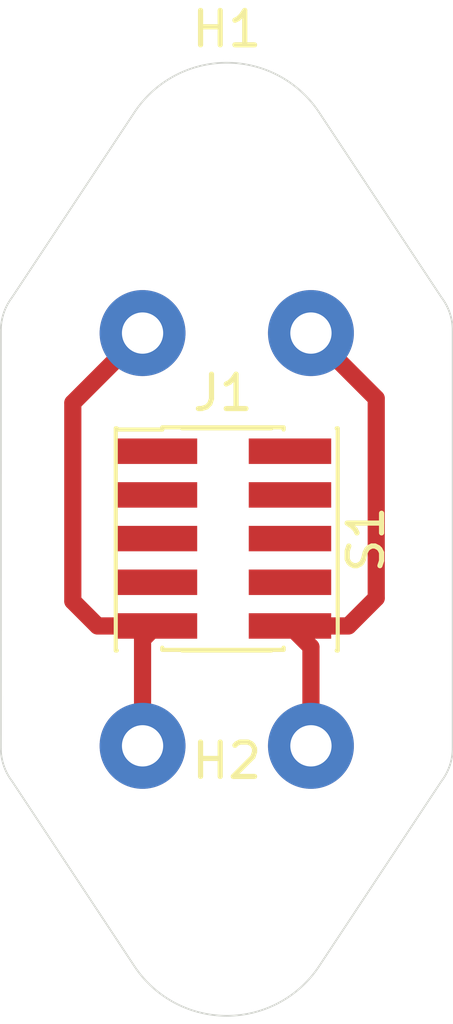
<source format=kicad_pcb>
(kicad_pcb (version 20171130) (host pcbnew "(5.1.10-1-10_14)")

  (general
    (thickness 1.6)
    (drawings 12)
    (tracks 14)
    (zones 0)
    (modules 4)
    (nets 3)
  )

  (page A4)
  (layers
    (0 F.Cu signal)
    (31 B.Cu signal)
    (32 B.Adhes user)
    (33 F.Adhes user)
    (34 B.Paste user)
    (35 F.Paste user)
    (36 B.SilkS user)
    (37 F.SilkS user)
    (38 B.Mask user)
    (39 F.Mask user)
    (40 Dwgs.User user)
    (41 Cmts.User user)
    (42 Eco1.User user)
    (43 Eco2.User user)
    (44 Edge.Cuts user)
    (45 Margin user)
    (46 B.CrtYd user hide)
    (47 F.CrtYd user hide)
    (48 B.Fab user)
    (49 F.Fab user hide)
  )

  (setup
    (last_trace_width 0.5)
    (trace_clearance 0.4)
    (zone_clearance 0.508)
    (zone_45_only no)
    (trace_min 0.2)
    (via_size 0.8)
    (via_drill 0.4)
    (via_min_size 0.4)
    (via_min_drill 0.3)
    (uvia_size 0.3)
    (uvia_drill 0.1)
    (uvias_allowed no)
    (uvia_min_size 0.2)
    (uvia_min_drill 0.1)
    (edge_width 0.05)
    (segment_width 0.2)
    (pcb_text_width 0.3)
    (pcb_text_size 1.5 1.5)
    (mod_edge_width 0.12)
    (mod_text_size 1 1)
    (mod_text_width 0.15)
    (pad_size 3.2 3.2)
    (pad_drill 3.2)
    (pad_to_mask_clearance 0.051)
    (solder_mask_min_width 0.25)
    (aux_axis_origin 0 0)
    (visible_elements FFFFFF7F)
    (pcbplotparams
      (layerselection 0x010fc_ffffffff)
      (usegerberextensions false)
      (usegerberattributes false)
      (usegerberadvancedattributes false)
      (creategerberjobfile false)
      (excludeedgelayer true)
      (linewidth 0.150000)
      (plotframeref false)
      (viasonmask false)
      (mode 1)
      (useauxorigin false)
      (hpglpennumber 1)
      (hpglpenspeed 20)
      (hpglpendiameter 15.000000)
      (psnegative false)
      (psa4output false)
      (plotreference true)
      (plotvalue true)
      (plotinvisibletext false)
      (padsonsilk false)
      (subtractmaskfromsilk false)
      (outputformat 1)
      (mirror false)
      (drillshape 1)
      (scaleselection 1)
      (outputdirectory ""))
  )

  (net 0 "")
  (net 1 "Net-(J1-Pad10)")
  (net 2 "Net-(J1-Pad9)")

  (net_class Default "This is the default net class."
    (clearance 0.4)
    (trace_width 0.5)
    (via_dia 0.8)
    (via_drill 0.4)
    (uvia_dia 0.3)
    (uvia_drill 0.1)
    (add_net "Net-(J1-Pad1)")
    (add_net "Net-(J1-Pad10)")
    (add_net "Net-(J1-Pad2)")
    (add_net "Net-(J1-Pad3)")
    (add_net "Net-(J1-Pad4)")
    (add_net "Net-(J1-Pad5)")
    (add_net "Net-(J1-Pad6)")
    (add_net "Net-(J1-Pad7)")
    (add_net "Net-(J1-Pad8)")
    (add_net "Net-(J1-Pad9)")
  )

  (module MountingHole:MountingHole_3.2mm_M3 (layer F.Cu) (tedit 56D1B4CB) (tstamp 60EC117B)
    (at 151.8 117.51)
    (descr "Mounting Hole 3.2mm, no annular, M3")
    (tags "mounting hole 3.2mm no annular m3")
    (path /60EC1B46)
    (attr virtual)
    (fp_text reference H2 (at 0 -4.2) (layer F.SilkS)
      (effects (font (size 1 1) (thickness 0.15)))
    )
    (fp_text value MountingHole (at 0 4.2) (layer F.Fab)
      (effects (font (size 1 1) (thickness 0.15)))
    )
    (fp_text user %R (at 0.3 0) (layer F.Fab)
      (effects (font (size 1 1) (thickness 0.15)))
    )
    (fp_circle (center 0 0) (end 3.2 0) (layer Cmts.User) (width 0.15))
    (fp_circle (center 0 0) (end 3.45 0) (layer F.CrtYd) (width 0.05))
    (pad 1 np_thru_hole circle (at 0 0) (size 3.2 3.2) (drill 3.2) (layers *.Cu *.Mask))
  )

  (module fab:TACTILE-SWITCH-12mm-5mmH (layer F.Cu) (tedit 5F9174C1) (tstamp 5F91EBDF)
    (at 151.8 106.875 270)
    (descr "tactile push button, 6x6mm e.g. PTS645xx series, height=9.5mm")
    (tags "tact sw push 6mm smd")
    (path /5F91776D)
    (attr smd)
    (fp_text reference S1 (at 0 -4.05 90) (layer F.SilkS)
      (effects (font (size 1 1) (thickness 0.15)))
    )
    (fp_text value 12mm-SWITCH (at 0.02032 7.24408 90) (layer F.Fab)
      (effects (font (size 1 1) (thickness 0.15)))
    )
    (fp_circle (center 0 0) (end 3 0) (layer F.Fab) (width 0.1))
    (fp_line (start -3.23 3.23) (end 3.23 3.23) (layer F.SilkS) (width 0.12))
    (fp_line (start -3.23 -1.3) (end -3.23 1.3) (layer F.SilkS) (width 0.12))
    (fp_line (start -3.23 -3.23) (end 3.23 -3.23) (layer F.SilkS) (width 0.12))
    (fp_line (start 3.23 -1.3) (end 3.23 1.3) (layer F.SilkS) (width 0.12))
    (fp_line (start -3.23 -3.2) (end -3.23 -3.23) (layer F.SilkS) (width 0.12))
    (fp_line (start -3.23 3.23) (end -3.23 3.2) (layer F.SilkS) (width 0.12))
    (fp_line (start 3.23 3.23) (end 3.23 3.2) (layer F.SilkS) (width 0.12))
    (fp_line (start 3.23 -3.23) (end 3.23 -3.2) (layer F.SilkS) (width 0.12))
    (fp_line (start -6 -6) (end 6 -6) (layer F.CrtYd) (width 0.05))
    (fp_line (start -6 6) (end 6 6) (layer F.CrtYd) (width 0.05))
    (fp_line (start -6 -6) (end -6 6) (layer F.CrtYd) (width 0.05))
    (fp_line (start 6 6) (end 6 -6) (layer F.CrtYd) (width 0.05))
    (fp_line (start 4.68656 -5.30124) (end -4.68656 -5.30124) (layer F.Fab) (width 0.1))
    (fp_line (start 4.68656 5.30124) (end 4.68656 -5.30124) (layer F.Fab) (width 0.1))
    (fp_line (start -4.68884 5.30352) (end 4.68884 5.30352) (layer F.Fab) (width 0.1))
    (fp_line (start -4.68656 -5.30124) (end -4.68656 5.30124) (layer F.Fab) (width 0.1))
    (fp_text user %R (at 0 -4.05 90) (layer F.Fab)
      (effects (font (size 1 1) (thickness 0.15)))
    )
    (pad 4 thru_hole circle (at 6 2.45 270) (size 2.5 2.5) (drill 1.2) (layers *.Cu *.Mask)
      (net 2 "Net-(J1-Pad9)"))
    (pad 2 thru_hole circle (at 6 -2.45 270) (size 2.5 2.5) (drill 1.2) (layers *.Cu *.Mask)
      (net 1 "Net-(J1-Pad10)"))
    (pad 1 thru_hole circle (at -6 -2.45 270) (size 2.5 2.5) (drill 1.2) (layers *.Cu *.Mask)
      (net 1 "Net-(J1-Pad10)"))
    (pad 3 thru_hole circle (at -6 2.45 270) (size 2.5 2.5) (drill 1.2) (layers *.Cu *.Mask)
      (net 2 "Net-(J1-Pad9)"))
    (model ${KISYS3DMOD}/Button_Switch_SMD.3dshapes/SW_PUSH_6mm_H9.5mm.wrl
      (at (xyz 0 0 0))
      (scale (xyz 1 1 1))
      (rotate (xyz 0 0 0))
    )
  )

  (module MountingHole:MountingHole_3.2mm_M3 (layer F.Cu) (tedit 60EC12D0) (tstamp 60EB269C)
    (at 151.8 96.24)
    (descr "Mounting Hole 3.2mm, no annular, M3")
    (tags "mounting hole 3.2mm no annular m3")
    (path /60EB20FA)
    (attr virtual)
    (fp_text reference H1 (at 0 -4.2) (layer F.SilkS)
      (effects (font (size 1 1) (thickness 0.15)))
    )
    (fp_text value MountingHole (at 0 4.2) (layer F.Fab)
      (effects (font (size 1 1) (thickness 0.15)))
    )
    (fp_circle (center 0 0) (end 3.45 0) (layer F.CrtYd) (width 0.05))
    (fp_circle (center 0 0) (end 3.2 0) (layer Cmts.User) (width 0.15))
    (fp_text user %R (at 0.3 0) (layer F.Fab)
      (effects (font (size 1 1) (thickness 0.15)))
    )
    (pad "" np_thru_hole circle (at 0 -0.14) (size 3.2 3.2) (drill 3.2) (layers *.Cu *.Mask))
  )

  (module Connector_PinHeader_1.27mm:PinHeader_2x05_P1.27mm_Vertical_SMD (layer F.Cu) (tedit 59FED6E3) (tstamp 60EB1CFA)
    (at 151.69 106.85)
    (descr "surface-mounted straight pin header, 2x05, 1.27mm pitch, double rows")
    (tags "Surface mounted pin header SMD 2x05 1.27mm double row")
    (path /5F91A4C2)
    (attr smd)
    (fp_text reference J1 (at 0 -4.235) (layer F.SilkS)
      (effects (font (size 1 1) (thickness 0.15)))
    )
    (fp_text value Conn_02x05_Odd_Even (at 0 4.235) (layer F.Fab)
      (effects (font (size 1 1) (thickness 0.15)))
    )
    (fp_line (start 4.3 -3.7) (end -4.3 -3.7) (layer F.CrtYd) (width 0.05))
    (fp_line (start 4.3 3.7) (end 4.3 -3.7) (layer F.CrtYd) (width 0.05))
    (fp_line (start -4.3 3.7) (end 4.3 3.7) (layer F.CrtYd) (width 0.05))
    (fp_line (start -4.3 -3.7) (end -4.3 3.7) (layer F.CrtYd) (width 0.05))
    (fp_line (start 1.765 3.17) (end 1.765 3.235) (layer F.SilkS) (width 0.12))
    (fp_line (start -1.765 3.17) (end -1.765 3.235) (layer F.SilkS) (width 0.12))
    (fp_line (start 1.765 -3.235) (end 1.765 -3.17) (layer F.SilkS) (width 0.12))
    (fp_line (start -1.765 -3.235) (end -1.765 -3.17) (layer F.SilkS) (width 0.12))
    (fp_line (start -3.09 -3.17) (end -1.765 -3.17) (layer F.SilkS) (width 0.12))
    (fp_line (start -1.765 3.235) (end 1.765 3.235) (layer F.SilkS) (width 0.12))
    (fp_line (start -1.765 -3.235) (end 1.765 -3.235) (layer F.SilkS) (width 0.12))
    (fp_line (start 2.75 2.74) (end 1.705 2.74) (layer F.Fab) (width 0.1))
    (fp_line (start 2.75 2.34) (end 2.75 2.74) (layer F.Fab) (width 0.1))
    (fp_line (start 1.705 2.34) (end 2.75 2.34) (layer F.Fab) (width 0.1))
    (fp_line (start -2.75 2.74) (end -1.705 2.74) (layer F.Fab) (width 0.1))
    (fp_line (start -2.75 2.34) (end -2.75 2.74) (layer F.Fab) (width 0.1))
    (fp_line (start -1.705 2.34) (end -2.75 2.34) (layer F.Fab) (width 0.1))
    (fp_line (start 2.75 1.47) (end 1.705 1.47) (layer F.Fab) (width 0.1))
    (fp_line (start 2.75 1.07) (end 2.75 1.47) (layer F.Fab) (width 0.1))
    (fp_line (start 1.705 1.07) (end 2.75 1.07) (layer F.Fab) (width 0.1))
    (fp_line (start -2.75 1.47) (end -1.705 1.47) (layer F.Fab) (width 0.1))
    (fp_line (start -2.75 1.07) (end -2.75 1.47) (layer F.Fab) (width 0.1))
    (fp_line (start -1.705 1.07) (end -2.75 1.07) (layer F.Fab) (width 0.1))
    (fp_line (start 2.75 0.2) (end 1.705 0.2) (layer F.Fab) (width 0.1))
    (fp_line (start 2.75 -0.2) (end 2.75 0.2) (layer F.Fab) (width 0.1))
    (fp_line (start 1.705 -0.2) (end 2.75 -0.2) (layer F.Fab) (width 0.1))
    (fp_line (start -2.75 0.2) (end -1.705 0.2) (layer F.Fab) (width 0.1))
    (fp_line (start -2.75 -0.2) (end -2.75 0.2) (layer F.Fab) (width 0.1))
    (fp_line (start -1.705 -0.2) (end -2.75 -0.2) (layer F.Fab) (width 0.1))
    (fp_line (start 2.75 -1.07) (end 1.705 -1.07) (layer F.Fab) (width 0.1))
    (fp_line (start 2.75 -1.47) (end 2.75 -1.07) (layer F.Fab) (width 0.1))
    (fp_line (start 1.705 -1.47) (end 2.75 -1.47) (layer F.Fab) (width 0.1))
    (fp_line (start -2.75 -1.07) (end -1.705 -1.07) (layer F.Fab) (width 0.1))
    (fp_line (start -2.75 -1.47) (end -2.75 -1.07) (layer F.Fab) (width 0.1))
    (fp_line (start -1.705 -1.47) (end -2.75 -1.47) (layer F.Fab) (width 0.1))
    (fp_line (start 2.75 -2.34) (end 1.705 -2.34) (layer F.Fab) (width 0.1))
    (fp_line (start 2.75 -2.74) (end 2.75 -2.34) (layer F.Fab) (width 0.1))
    (fp_line (start 1.705 -2.74) (end 2.75 -2.74) (layer F.Fab) (width 0.1))
    (fp_line (start -2.75 -2.34) (end -1.705 -2.34) (layer F.Fab) (width 0.1))
    (fp_line (start -2.75 -2.74) (end -2.75 -2.34) (layer F.Fab) (width 0.1))
    (fp_line (start -1.705 -2.74) (end -2.75 -2.74) (layer F.Fab) (width 0.1))
    (fp_line (start 1.705 -3.175) (end 1.705 3.175) (layer F.Fab) (width 0.1))
    (fp_line (start -1.705 -2.74) (end -1.27 -3.175) (layer F.Fab) (width 0.1))
    (fp_line (start -1.705 3.175) (end -1.705 -2.74) (layer F.Fab) (width 0.1))
    (fp_line (start -1.27 -3.175) (end 1.705 -3.175) (layer F.Fab) (width 0.1))
    (fp_line (start 1.705 3.175) (end -1.705 3.175) (layer F.Fab) (width 0.1))
    (fp_text user %R (at 0 0 90) (layer F.Fab)
      (effects (font (size 1 1) (thickness 0.15)))
    )
    (pad 10 smd rect (at 1.95 2.54) (size 2.4 0.74) (layers F.Cu F.Paste F.Mask)
      (net 1 "Net-(J1-Pad10)"))
    (pad 9 smd rect (at -1.95 2.54) (size 2.4 0.74) (layers F.Cu F.Paste F.Mask)
      (net 2 "Net-(J1-Pad9)"))
    (pad 8 smd rect (at 1.95 1.27) (size 2.4 0.74) (layers F.Cu F.Paste F.Mask))
    (pad 7 smd rect (at -1.95 1.27) (size 2.4 0.74) (layers F.Cu F.Paste F.Mask))
    (pad 6 smd rect (at 1.95 0) (size 2.4 0.74) (layers F.Cu F.Paste F.Mask))
    (pad 5 smd rect (at -1.95 0) (size 2.4 0.74) (layers F.Cu F.Paste F.Mask))
    (pad 4 smd rect (at 1.95 -1.27) (size 2.4 0.74) (layers F.Cu F.Paste F.Mask))
    (pad 3 smd rect (at -1.95 -1.27) (size 2.4 0.74) (layers F.Cu F.Paste F.Mask))
    (pad 2 smd rect (at 1.95 -2.54) (size 2.4 0.74) (layers F.Cu F.Paste F.Mask))
    (pad 1 smd rect (at -1.95 -2.54) (size 2.4 0.74) (layers F.Cu F.Paste F.Mask))
    (model ${KISYS3DMOD}/Connector_PinHeader_1.27mm.3dshapes/PinHeader_2x05_P1.27mm_Vertical_SMD.wrl
      (at (xyz 0 0 0))
      (scale (xyz 1 1 1))
      (rotate (xyz 0 0 0))
    )
  )

  (gr_arc (start 156.787875 100.799999) (end 158.05 99.84) (angle 36.9) (layer Edge.Cuts) (width 0.05) (tstamp 60EC1493))
  (gr_arc (start 151.8 96.24) (end 154.475 94.44) (angle -112.1) (layer Edge.Cuts) (width 0.05) (tstamp 60EC1422))
  (gr_line (start 149.125849 94.43874) (end 145.550849 99.83874) (layer Edge.Cuts) (width 0.05) (tstamp 60EC148A))
  (gr_line (start 154.475 94.44) (end 158.05 99.84) (layer Edge.Cuts) (width 0.05) (tstamp 60EC1490))
  (gr_arc (start 146.812974 100.798739) (end 145.550849 99.83874) (angle -36.9) (layer Edge.Cuts) (width 0.05) (tstamp 60EC148D))
  (gr_line (start 149.125 119.3) (end 145.55 113.9) (layer Edge.Cuts) (width 0.05) (tstamp 60EC13F9))
  (gr_line (start 145.226421 112.949891) (end 145.227269 100.788848) (layer Edge.Cuts) (width 0.05) (tstamp 60EC13F8))
  (gr_arc (start 146.812126 112.94) (end 145.550001 113.899999) (angle 36.9) (layer Edge.Cuts) (width 0.05) (tstamp 60EC13F7))
  (gr_arc (start 156.787874 112.94) (end 158.049999 113.899999) (angle -36.9) (layer Edge.Cuts) (width 0.05))
  (gr_arc (start 151.8 117.5) (end 149.125 119.3) (angle -112.1) (layer Edge.Cuts) (width 0.05))
  (gr_line (start 154.475 119.3) (end 158.05 113.9) (layer Edge.Cuts) (width 0.05))
  (gr_line (start 158.373579 112.949891) (end 158.37358 100.790108) (layer Edge.Cuts) (width 0.05) (tstamp 60EC13E6))

  (segment (start 153.7 100.325) (end 154.25 100.875) (width 0.5) (layer F.Cu) (net 1))
  (segment (start 154.25 110) (end 153.64 109.39) (width 0.5) (layer F.Cu) (net 1))
  (segment (start 154.25 112.875) (end 154.25 110) (width 0.5) (layer F.Cu) (net 1))
  (segment (start 155.34 109.39) (end 153.64 109.39) (width 0.5) (layer F.Cu) (net 1))
  (segment (start 156.15 108.58) (end 155.34 109.39) (width 0.5) (layer F.Cu) (net 1))
  (segment (start 156.15 102.775) (end 156.15 108.58) (width 0.5) (layer F.Cu) (net 1))
  (segment (start 154.25 100.875) (end 156.15 102.775) (width 0.5) (layer F.Cu) (net 1))
  (segment (start 149.8 100.425) (end 149.35 100.875) (width 0.5) (layer F.Cu) (net 2))
  (segment (start 149.35 109.78) (end 149.74 109.39) (width 0.5) (layer F.Cu) (net 2))
  (segment (start 149.35 112.875) (end 149.35 109.78) (width 0.5) (layer F.Cu) (net 2))
  (segment (start 147.32 102.905) (end 149.35 100.875) (width 0.5) (layer F.Cu) (net 2))
  (segment (start 147.32 108.67) (end 147.32 102.905) (width 0.5) (layer F.Cu) (net 2))
  (segment (start 148.04 109.39) (end 147.32 108.67) (width 0.5) (layer F.Cu) (net 2))
  (segment (start 149.74 109.39) (end 148.04 109.39) (width 0.5) (layer F.Cu) (net 2))

)

</source>
